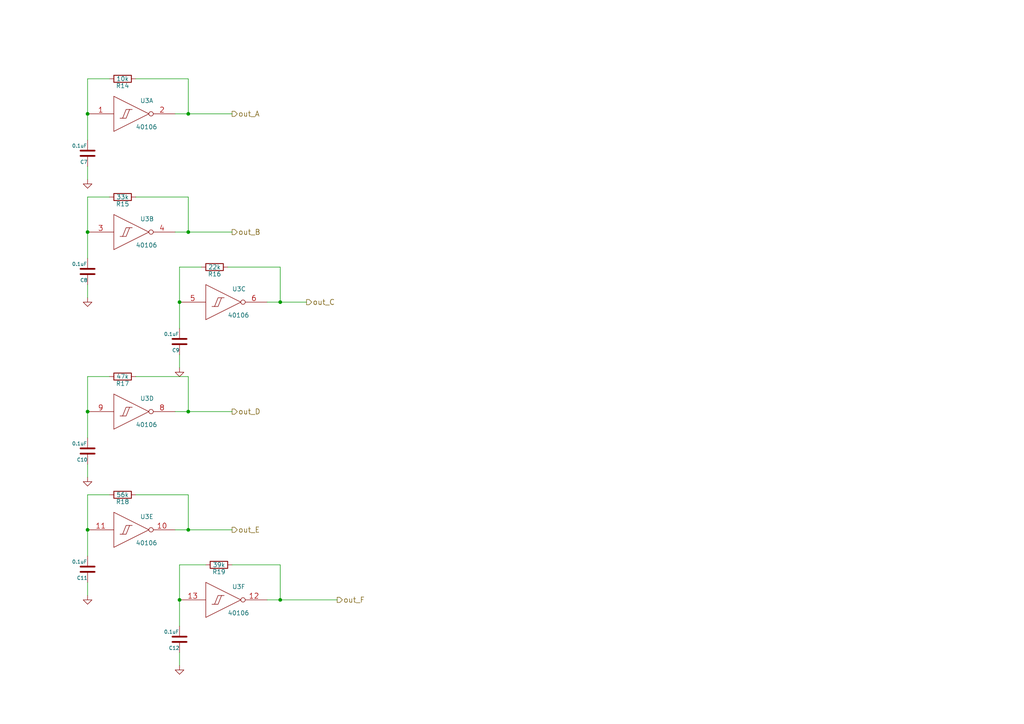
<source format=kicad_sch>
(kicad_sch (version 20231120) (generator "eeschema") (generator_version "8.0")
  (paper "A4")
  (lib_symbols
    (symbol "logic_noise_playground-rescue:40106" (pin_names (offset 1.016) hide)
      (property "Reference" "U" (at 2.54 3.81 0))
      (property "Value" "40106" (at 1.27 -3.81 0))
      (symbol "40106_0_0"
        (polyline (pts (xy -0.508 1.27) (xy -1.524 -1.27) (xy -2.54 -1.27) (xy -2.54 -1.27)))
        (polyline (pts (xy 0.254 1.27) (xy -1.524 1.27) (xy -2.54 -1.27) (xy -3.302 -1.27) (xy -3.302 -1.27)))
      )
      (symbol "40106_0_1"
        (polyline (pts (xy -5.08 -5.08) (xy -5.08 5.08)))
        (polyline (pts (xy -5.08 5.08) (xy 5.08 0)))
        (polyline (pts (xy 5.08 0) (xy -5.08 -5.08)))
      )
      (symbol "40106_0_2"
        (polyline (pts (xy -5.08 -5.08) (xy -5.08 5.08)))
        (polyline (pts (xy -5.08 5.08) (xy 5.08 0)))
        (polyline (pts (xy 5.08 0) (xy -5.08 -5.08)))
      )
      (symbol "40106_1_1"
        (pin input line (at -12.7 0 0) (length 7.62) (name "In") (number "1"))
        (pin power_in line (at -2.54 3.81 270) (length 0) hide (name "VDD") (number "14"))
        (pin output inverted (at 12.7 0 180) (length 7.62) (name "Out") (number "2"))
        (pin power_in line (at -2.54 -3.81 90) (length 0) hide (name "VSS") (number "7"))
      )
      (symbol "40106_1_2"
        (pin input inverted (at -12.7 0 0) (length 7.62) (name "In") (number "1"))
        (pin power_in line (at -2.54 3.81 270) (length 0) hide (name "VDD") (number "14"))
        (pin output line (at 12.7 0 180) (length 7.62) (name "Out") (number "2"))
        (pin power_in line (at -2.54 -3.81 90) (length 0) hide (name "VSS") (number "7"))
      )
      (symbol "40106_2_1"
        (pin power_in line (at -2.54 3.81 270) (length 0) hide (name "VDD") (number "14"))
        (pin input line (at -12.7 0 0) (length 7.62) (name "In") (number "3"))
        (pin output inverted (at 12.7 0 180) (length 7.62) (name "Out") (number "4"))
        (pin power_in line (at -2.54 -3.81 90) (length 0) hide (name "VSS") (number "7"))
      )
      (symbol "40106_2_2"
        (pin power_in line (at -2.54 3.81 270) (length 0) hide (name "VDD") (number "14"))
        (pin input line (at -12.7 0 0) (length 7.62) (name "In") (number "3"))
        (pin output line (at 12.7 0 180) (length 7.62) (name "Out") (number "4"))
        (pin power_in line (at -2.54 -3.81 90) (length 0) hide (name "VSS") (number "7"))
      )
      (symbol "40106_3_1"
        (pin power_in line (at -2.54 3.81 270) (length 0) hide (name "VDD") (number "14"))
        (pin input line (at -12.7 0 0) (length 7.62) (name "In") (number "5"))
        (pin output inverted (at 12.7 0 180) (length 7.62) (name "Out") (number "6"))
        (pin power_in line (at -2.54 -3.81 90) (length 0) hide (name "VSS") (number "7"))
      )
      (symbol "40106_3_2"
        (pin power_in line (at -2.54 3.81 270) (length 0) hide (name "VDD") (number "14"))
        (pin input line (at -12.7 0 0) (length 7.62) (name "In") (number "5"))
        (pin output line (at 12.7 0 180) (length 7.62) (name "Out") (number "6"))
        (pin power_in line (at -2.54 -3.81 90) (length 0) hide (name "VSS") (number "7"))
      )
      (symbol "40106_4_1"
        (pin power_in line (at -2.54 3.81 270) (length 0) hide (name "VDD") (number "14"))
        (pin power_in line (at -2.54 -3.81 90) (length 0) hide (name "VSS") (number "7"))
        (pin output inverted (at 12.7 0 180) (length 7.62) (name "Out") (number "8"))
        (pin input line (at -12.7 0 0) (length 7.62) (name "In") (number "9"))
      )
      (symbol "40106_4_2"
        (pin power_in line (at -2.54 3.81 270) (length 0) hide (name "VDD") (number "14"))
        (pin power_in line (at -2.54 -3.81 90) (length 0) hide (name "VSS") (number "7"))
        (pin output line (at 12.7 0 180) (length 7.62) (name "Out") (number "8"))
        (pin input line (at -12.7 0 0) (length 7.62) (name "In") (number "9"))
      )
      (symbol "40106_5_1"
        (pin output inverted (at 12.7 0 180) (length 7.62) (name "Out") (number "10"))
        (pin input line (at -12.7 0 0) (length 7.62) (name "In") (number "11"))
        (pin power_in line (at -2.54 3.81 270) (length 0) hide (name "VDD") (number "14"))
        (pin power_in line (at -2.54 -3.81 90) (length 0) hide (name "VSS") (number "7"))
      )
      (symbol "40106_5_2"
        (pin output line (at 12.7 0 180) (length 7.62) (name "Out") (number "10"))
        (pin input line (at -12.7 0 0) (length 7.62) (name "In") (number "11"))
        (pin power_in line (at -2.54 3.81 270) (length 0) hide (name "VDD") (number "14"))
        (pin power_in line (at -2.54 -3.81 90) (length 0) hide (name "VSS") (number "7"))
      )
      (symbol "40106_6_1"
        (pin output inverted (at 12.7 0 180) (length 7.62) (name "Out") (number "12"))
        (pin input line (at -12.7 0 0) (length 7.62) (name "In") (number "13"))
        (pin power_in line (at -2.54 3.81 270) (length 0) hide (name "VDD") (number "14"))
        (pin power_in line (at -2.54 -3.81 90) (length 0) hide (name "VSS") (number "7"))
      )
      (symbol "40106_6_2"
        (pin output line (at 12.7 0 180) (length 7.62) (name "Out") (number "12"))
        (pin input line (at -12.7 0 0) (length 7.62) (name "In") (number "13"))
        (pin power_in line (at -2.54 3.81 270) (length 0) hide (name "VDD") (number "14"))
        (pin power_in line (at -2.54 -3.81 90) (length 0) hide (name "VSS") (number "7"))
      )
    )
    (symbol "logic_noise_playground-rescue:C" (pin_numbers hide) (pin_names (offset 0.254))
      (property "Reference" "C" (at 0.635 2.54 0))
      (property "Value" "C" (at 0.635 -2.54 0))
      (symbol "C_0_1"
        (polyline (pts (xy -2.032 -0.762) (xy 2.032 -0.762)) (stroke (width 0.508)))
        (polyline (pts (xy -2.032 0.762) (xy 2.032 0.762)) (stroke (width 0.508)))
      )
      (symbol "C_1_1"
        (pin passive line (at 0 3.81 270) (length 2.794) (name "~") (number "1"))
        (pin passive line (at 0 -3.81 90) (length 2.794) (name "~") (number "2"))
      )
    )
    (symbol "logic_noise_playground-rescue:GND" (power) (pin_names (offset 0))
      (property "Value" "GND" (at 0 -3.81 0))
      (symbol "GND_0_1"
        (polyline (pts (xy 0 0) (xy 0 -1.27) (xy 1.27 -1.27) (xy 0 -2.54) (xy -1.27 -1.27) (xy 0 -1.27)))
      )
      (symbol "GND_1_1"
        (pin power_in line (at 0 0 270) (length 0) hide (name "GND") (number "1"))
      )
    )
    (symbol "logic_noise_playground-rescue:R" (pin_numbers hide) (pin_names (offset 0))
      (property "Reference" "R" (at 2.032 0 90))
      (property "Value" "R" (at 0 0 90))
      (symbol "R_0_1"
        (rectangle (start -1.016 -2.54) (end 1.016 2.54) (stroke (width 0.254)))
      )
      (symbol "R_1_1"
        (pin passive line (at 0 3.81 270) (length 1.27) (name "~") (number "1"))
        (pin passive line (at 0 -3.81 90) (length 1.27) (name "~") (number "2"))
      )
    )
  )
  (junction (at 81.28 87.63))
  (junction (at 25.4 33.02))
  (junction (at 54.61 67.31))
  (junction (at 52.07 87.63))
  (junction (at 25.4 67.31))
  (junction (at 54.61 153.67))
  (junction (at 52.07 173.99))
  (junction (at 54.61 33.02))
  (junction (at 25.4 119.38))
  (junction (at 81.28 173.99))
  (junction (at 54.61 119.38))
  (junction (at 25.4 153.67))
  (wire (pts (xy 52.07 189.23) (xy 52.07 193.04)))
  (wire (pts (xy 52.07 163.83) (xy 59.69 163.83)))
  (wire (pts (xy 25.4 134.62) (xy 25.4 138.43)))
  (wire (pts (xy 52.07 173.99) (xy 52.07 181.61)))
  (wire (pts (xy 50.8 119.38) (xy 54.61 119.38)))
  (wire (pts (xy 50.8 33.02) (xy 54.61 33.02)))
  (wire (pts (xy 39.37 143.51) (xy 54.61 143.51)))
  (wire (pts (xy 25.4 119.38) (xy 25.4 127)))
  (wire (pts (xy 52.07 77.47) (xy 58.42 77.47)))
  (wire (pts (xy 25.4 143.51) (xy 31.75 143.51)))
  (wire (pts (xy 25.4 168.91) (xy 25.4 172.72)))
  (wire (pts (xy 81.28 163.83) (xy 81.28 173.99)))
  (wire (pts (xy 52.07 77.47) (xy 52.07 87.63)))
  (wire (pts (xy 54.61 22.86) (xy 54.61 33.02)))
  (wire (pts (xy 39.37 57.15) (xy 54.61 57.15)))
  (wire (pts (xy 25.4 48.26) (xy 25.4 52.07)))
  (wire (pts (xy 25.4 33.02) (xy 25.4 40.64)))
  (wire (pts (xy 50.8 67.31) (xy 54.61 67.31)))
  (wire (pts (xy 25.4 109.22) (xy 25.4 119.38)))
  (wire (pts (xy 50.8 153.67) (xy 54.61 153.67)))
  (wire (pts (xy 25.4 82.55) (xy 25.4 86.36)))
  (wire (pts (xy 25.4 22.86) (xy 25.4 33.02)))
  (wire (pts (xy 39.37 22.86) (xy 54.61 22.86)))
  (wire (pts (xy 52.07 102.87) (xy 52.07 106.68)))
  (wire (pts (xy 25.4 153.67) (xy 25.4 161.29)))
  (wire (pts (xy 39.37 109.22) (xy 54.61 109.22)))
  (wire (pts (xy 25.4 57.15) (xy 25.4 67.31)))
  (wire (pts (xy 77.47 173.99) (xy 81.28 173.99)))
  (wire (pts (xy 54.61 33.02) (xy 67.31 33.02)))
  (wire (pts (xy 81.28 173.99) (xy 97.79 173.99)))
  (wire (pts (xy 67.31 163.83) (xy 81.28 163.83)))
  (wire (pts (xy 81.28 87.63) (xy 88.9 87.63)))
  (wire (pts (xy 25.4 22.86) (xy 31.75 22.86)))
  (wire (pts (xy 54.61 143.51) (xy 54.61 153.67)))
  (wire (pts (xy 25.4 109.22) (xy 31.75 109.22)))
  (wire (pts (xy 52.07 87.63) (xy 52.07 95.25)))
  (wire (pts (xy 66.04 77.47) (xy 81.28 77.47)))
  (wire (pts (xy 77.47 87.63) (xy 81.28 87.63)))
  (wire (pts (xy 54.61 119.38) (xy 67.31 119.38)))
  (wire (pts (xy 54.61 109.22) (xy 54.61 119.38)))
  (wire (pts (xy 25.4 67.31) (xy 25.4 74.93)))
  (wire (pts (xy 54.61 57.15) (xy 54.61 67.31)))
  (wire (pts (xy 81.28 77.47) (xy 81.28 87.63)))
  (wire (pts (xy 52.07 163.83) (xy 52.07 173.99)))
  (wire (pts (xy 54.61 153.67) (xy 67.31 153.67)))
  (wire (pts (xy 54.61 67.31) (xy 67.31 67.31)))
  (wire (pts (xy 25.4 143.51) (xy 25.4 153.67)))
  (wire (pts (xy 25.4 57.15) (xy 31.75 57.15)))
  (hierarchical_label "out_F" (shape output) (at 97.79 173.99 0) (effects (font (size 1.524 1.524))))
  (hierarchical_label "out_C" (shape output) (at 88.9 87.63 0) (effects (font (size 1.524 1.524))))
  (hierarchical_label "out_A" (shape output) (at 67.31 33.02 0) (effects (font (size 1.524 1.524))))
  (hierarchical_label "out_D" (shape output) (at 67.31 119.38 0) (effects (font (size 1.524 1.524))))
  (hierarchical_label "out_E" (shape output) (at 67.31 153.67 0) (effects (font (size 1.524 1.524))))
  (hierarchical_label "out_B" (shape output) (at 67.31 67.31 0) (effects (font (size 1.524 1.524))))
  (symbol (lib_id "logic_noise_playground-rescue:40106") (at 38.1 33.02 0) (unit 1)
    (property "Reference" "U3" (at 40.64 29.21 0) (effects (justify left)))
    (property "Value" "40106" (at 39.37 36.83 0) (effects (justify left)))
    (property "Footprint" "Housings_DIP:DIP-14__300_ELL" (effects (hide yes)))
    (property "manf#" "CD40106BE" (effects (hide yes)))
  )
  (symbol (lib_id "logic_noise_playground-rescue:C") (at 25.4 44.45 180) (unit 1)
    (property "Reference" "C7" (at 25.4 46.99 0) (effects (font (size 1.016 1.016)) (justify left)))
    (property "Value" "0.1uF" (at 25.2476 42.291 0) (effects (font (size 1.016 1.016)) (justify left)))
    (property "Footprint" "Discret:C1" (effects (hide yes)))
  )
  (symbol (lib_id "logic_noise_playground-rescue:GND") (at 25.4 52.07 0) (unit 1)
    (property "Reference" "#PWR037" (effects (hide yes)))
    (property "Value" "GND" (effects (hide yes)))
  )
  (symbol (lib_id "logic_noise_playground-rescue:40106") (at 38.1 67.31 0) (unit 2)
    (property "Reference" "U3" (at 40.64 63.5 0) (effects (justify left)))
    (property "Value" "40106" (at 39.37 71.12 0) (effects (justify left)))
    (property "Footprint" "Housings_DIP:DIP-14__300_ELL" (effects (hide yes)))
    (property "manf#" "CD40106BE" (effects (hide yes)))
  )
  (symbol (lib_id "logic_noise_playground-rescue:C") (at 25.4 78.74 180) (unit 1)
    (property "Reference" "C8" (at 25.4 81.28 0) (effects (font (size 1.016 1.016)) (justify left)))
    (property "Value" "0.1uF" (at 25.2476 76.581 0) (effects (font (size 1.016 1.016)) (justify left)))
    (property "Footprint" "Discret:C1" (effects (hide yes)))
  )
  (symbol (lib_id "logic_noise_playground-rescue:GND") (at 25.4 86.36 0) (unit 1)
    (property "Reference" "#PWR038" (effects (hide yes)))
    (property "Value" "GND" (effects (hide yes)))
  )
  (symbol (lib_id "logic_noise_playground-rescue:40106") (at 64.77 87.63 0) (unit 3)
    (property "Reference" "U3" (at 67.31 83.82 0) (effects (justify left)))
    (property "Value" "40106" (at 66.04 91.44 0) (effects (justify left)))
    (property "Footprint" "Housings_DIP:DIP-14__300_ELL" (effects (hide yes)))
    (property "manf#" "CD40106BE" (effects (hide yes)))
  )
  (symbol (lib_id "logic_noise_playground-rescue:C") (at 52.07 99.06 180) (unit 1)
    (property "Reference" "C9" (at 52.07 101.6 0) (effects (font (size 1.016 1.016)) (justify left)))
    (property "Value" "0.1uF" (at 51.9176 96.901 0) (effects (font (size 1.016 1.016)) (justify left)))
    (property "Footprint" "Discret:C1" (effects (hide yes)))
  )
  (symbol (lib_id "logic_noise_playground-rescue:GND") (at 52.07 106.68 0) (unit 1)
    (property "Reference" "#PWR039" (effects (hide yes)))
    (property "Value" "GND" (effects (hide yes)))
  )
  (symbol (lib_id "logic_noise_playground-rescue:40106") (at 38.1 119.38 0) (unit 4)
    (property "Reference" "U3" (at 40.64 115.57 0) (effects (justify left)))
    (property "Value" "40106" (at 39.37 123.19 0) (effects (justify left)))
    (property "Footprint" "Housings_DIP:DIP-14__300_ELL" (effects (hide yes)))
    (property "manf#" "CD40106BE" (effects (hide yes)))
  )
  (symbol (lib_id "logic_noise_playground-rescue:C") (at 25.4 130.81 180) (unit 1)
    (property "Reference" "C10" (at 25.4 133.35 0) (effects (font (size 1.016 1.016)) (justify left)))
    (property "Value" "0.1uF" (at 25.2476 128.651 0) (effects (font (size 1.016 1.016)) (justify left)))
    (property "Footprint" "Discret:C1" (effects (hide yes)))
  )
  (symbol (lib_id "logic_noise_playground-rescue:GND") (at 25.4 138.43 0) (unit 1)
    (property "Reference" "#PWR040" (effects (hide yes)))
    (property "Value" "GND" (effects (hide yes)))
  )
  (symbol (lib_id "logic_noise_playground-rescue:40106") (at 38.1 153.67 0) (unit 5)
    (property "Reference" "U3" (at 40.64 149.86 0) (effects (justify left)))
    (property "Value" "40106" (at 39.37 157.48 0) (effects (justify left)))
    (property "Footprint" "Housings_DIP:DIP-14__300_ELL" (effects (hide yes)))
    (property "manf#" "CD40106BE" (effects (hide yes)))
  )
  (symbol (lib_id "logic_noise_playground-rescue:C") (at 25.4 165.1 180) (unit 1)
    (property "Reference" "C11" (at 25.4 167.64 0) (effects (font (size 1.016 1.016)) (justify left)))
    (property "Value" "0.1uF" (at 25.2476 162.941 0) (effects (font (size 1.016 1.016)) (justify left)))
    (property "Footprint" "Discret:C1" (effects (hide yes)))
  )
  (symbol (lib_id "logic_noise_playground-rescue:GND") (at 25.4 172.72 0) (unit 1)
    (property "Reference" "#PWR041" (effects (hide yes)))
    (property "Value" "GND" (effects (hide yes)))
  )
  (symbol (lib_id "logic_noise_playground-rescue:40106") (at 64.77 173.99 0) (unit 6)
    (property "Reference" "U3" (at 67.31 170.18 0) (effects (justify left)))
    (property "Value" "40106" (at 66.04 177.8 0) (effects (justify left)))
    (property "Footprint" "Housings_DIP:DIP-14__300_ELL" (effects (hide yes)))
    (property "manf#" "CD40106BE" (effects (hide yes)))
  )
  (symbol (lib_id "logic_noise_playground-rescue:C") (at 52.07 185.42 180) (unit 1)
    (property "Reference" "C12" (at 52.07 187.96 0) (effects (font (size 1.016 1.016)) (justify left)))
    (property "Value" "0.1uF" (at 51.9176 183.261 0) (effects (font (size 1.016 1.016)) (justify left)))
    (property "Footprint" "Discret:C1" (effects (hide yes)))
  )
  (symbol (lib_id "logic_noise_playground-rescue:GND") (at 52.07 193.04 0) (unit 1)
    (property "Reference" "#PWR042" (effects (hide yes)))
    (property "Value" "GND" (effects (hide yes)))
  )
  (symbol (lib_id "logic_noise_playground-rescue:R") (at 63.5 163.83 270) (unit 1)
    (property "Reference" "R19" (at 63.5 165.862 90))
    (property "Value" "39k" (at 63.5 163.83 90))
    (property "Footprint" "Resistors_ThroughHole:Resistor_Horizontal_RM10mm" (effects (hide yes)))
  )
  (symbol (lib_id "logic_noise_playground-rescue:R") (at 35.56 109.22 270) (unit 1)
    (property "Reference" "R17" (at 35.56 111.252 90))
    (property "Value" "47k" (at 35.56 109.22 90))
    (property "Footprint" "Resistors_ThroughHole:Resistor_Horizontal_RM10mm" (effects (hide yes)))
  )
  (symbol (lib_id "logic_noise_playground-rescue:R") (at 35.56 22.86 270) (unit 1)
    (property "Reference" "R14" (at 35.56 24.892 90))
    (property "Value" "10k" (at 35.56 22.86 90))
    (property "Footprint" "Resistors_ThroughHole:Resistor_Horizontal_RM10mm" (effects (hide yes)))
  )
  (symbol (lib_id "logic_noise_playground-rescue:R") (at 62.23 77.47 270) (unit 1)
    (property "Reference" "R16" (at 62.23 79.502 90))
    (property "Value" "22k" (at 62.23 77.47 90))
    (property "Footprint" "Resistors_ThroughHole:Resistor_Horizontal_RM10mm" (effects (hide yes)))
  )
  (symbol (lib_id "logic_noise_playground-rescue:R") (at 35.56 57.15 270) (unit 1)
    (property "Reference" "R15" (at 35.56 59.182 90))
    (property "Value" "33k" (at 35.56 57.15 90))
    (property "Footprint" "Resistors_ThroughHole:Resistor_Horizontal_RM10mm" (effects (hide yes)))
  )
  (symbol (lib_id "logic_noise_playground-rescue:R") (at 35.56 143.51 270) (unit 1)
    (property "Reference" "R18" (at 35.56 145.542 90))
    (property "Value" "56k" (at 35.56 143.51 90))
    (property "Footprint" "Resistors_ThroughHole:Resistor_Horizontal_RM10mm" (effects (hide yes)))
  )
)
</source>
